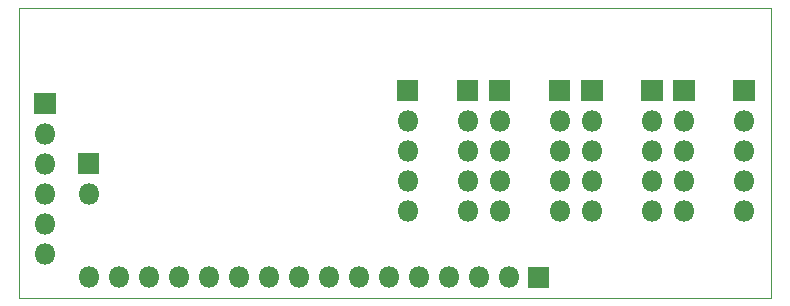
<source format=gbr>
G04 #@! TF.GenerationSoftware,KiCad,Pcbnew,5.1.10-88a1d61d58~88~ubuntu20.04.1*
G04 #@! TF.CreationDate,2021-05-20T13:34:08-04:00*
G04 #@! TF.ProjectId,hexdisplay16,68657864-6973-4706-9c61-7931362e6b69,rev?*
G04 #@! TF.SameCoordinates,Original*
G04 #@! TF.FileFunction,Soldermask,Bot*
G04 #@! TF.FilePolarity,Negative*
%FSLAX46Y46*%
G04 Gerber Fmt 4.6, Leading zero omitted, Abs format (unit mm)*
G04 Created by KiCad (PCBNEW 5.1.10-88a1d61d58~88~ubuntu20.04.1) date 2021-05-20 13:34:08*
%MOMM*%
%LPD*%
G01*
G04 APERTURE LIST*
G04 #@! TA.AperFunction,Profile*
%ADD10C,0.050000*%
G04 #@! TD*
%ADD11O,1.801600X1.801600*%
G04 APERTURE END LIST*
D10*
X139700000Y-141800000D02*
X76000000Y-141800000D01*
X139700000Y-117200000D02*
X76200000Y-117200000D01*
X139700000Y-125500000D02*
X139700000Y-141800000D01*
X139700000Y-117300000D02*
X139700000Y-117200000D01*
X139700000Y-125500000D02*
X139700000Y-117300000D01*
X76000000Y-117200000D02*
X76200000Y-117200000D01*
X76000000Y-141800000D02*
X76000000Y-117200000D01*
D11*
G04 #@! TO.C,J12*
X137380000Y-134360000D03*
X137380000Y-131820000D03*
X137380000Y-129280000D03*
X137380000Y-126740000D03*
G36*
G01*
X136479200Y-125050000D02*
X136479200Y-123350000D01*
G75*
G02*
X136530000Y-123299200I50800J0D01*
G01*
X138230000Y-123299200D01*
G75*
G02*
X138280800Y-123350000I0J-50800D01*
G01*
X138280800Y-125050000D01*
G75*
G02*
X138230000Y-125100800I-50800J0D01*
G01*
X136530000Y-125100800D01*
G75*
G02*
X136479200Y-125050000I0J50800D01*
G01*
G37*
G04 #@! TD*
G04 #@! TO.C,J11*
X132300000Y-134360000D03*
X132300000Y-131820000D03*
X132300000Y-129280000D03*
X132300000Y-126740000D03*
G36*
G01*
X131399200Y-125050000D02*
X131399200Y-123350000D01*
G75*
G02*
X131450000Y-123299200I50800J0D01*
G01*
X133150000Y-123299200D01*
G75*
G02*
X133200800Y-123350000I0J-50800D01*
G01*
X133200800Y-125050000D01*
G75*
G02*
X133150000Y-125100800I-50800J0D01*
G01*
X131450000Y-125100800D01*
G75*
G02*
X131399200Y-125050000I0J50800D01*
G01*
G37*
G04 #@! TD*
G04 #@! TO.C,J22*
G36*
G01*
X128679200Y-125050000D02*
X128679200Y-123350000D01*
G75*
G02*
X128730000Y-123299200I50800J0D01*
G01*
X130430000Y-123299200D01*
G75*
G02*
X130480800Y-123350000I0J-50800D01*
G01*
X130480800Y-125050000D01*
G75*
G02*
X130430000Y-125100800I-50800J0D01*
G01*
X128730000Y-125100800D01*
G75*
G02*
X128679200Y-125050000I0J50800D01*
G01*
G37*
X129580000Y-126740000D03*
X129580000Y-129280000D03*
X129580000Y-131820000D03*
X129580000Y-134360000D03*
G04 #@! TD*
G04 #@! TO.C,J32*
X121780000Y-134360000D03*
X121780000Y-131820000D03*
X121780000Y-129280000D03*
X121780000Y-126740000D03*
G36*
G01*
X120879200Y-125050000D02*
X120879200Y-123350000D01*
G75*
G02*
X120930000Y-123299200I50800J0D01*
G01*
X122630000Y-123299200D01*
G75*
G02*
X122680800Y-123350000I0J-50800D01*
G01*
X122680800Y-125050000D01*
G75*
G02*
X122630000Y-125100800I-50800J0D01*
G01*
X120930000Y-125100800D01*
G75*
G02*
X120879200Y-125050000I0J50800D01*
G01*
G37*
G04 #@! TD*
G04 #@! TO.C,J41*
G36*
G01*
X107999200Y-125050000D02*
X107999200Y-123350000D01*
G75*
G02*
X108050000Y-123299200I50800J0D01*
G01*
X109750000Y-123299200D01*
G75*
G02*
X109800800Y-123350000I0J-50800D01*
G01*
X109800800Y-125050000D01*
G75*
G02*
X109750000Y-125100800I-50800J0D01*
G01*
X108050000Y-125100800D01*
G75*
G02*
X107999200Y-125050000I0J50800D01*
G01*
G37*
X108900000Y-126740000D03*
X108900000Y-129280000D03*
X108900000Y-131820000D03*
X108900000Y-134360000D03*
G04 #@! TD*
G04 #@! TO.C,J31*
X116700000Y-134360000D03*
X116700000Y-131820000D03*
X116700000Y-129280000D03*
X116700000Y-126740000D03*
G36*
G01*
X115799200Y-125050000D02*
X115799200Y-123350000D01*
G75*
G02*
X115850000Y-123299200I50800J0D01*
G01*
X117550000Y-123299200D01*
G75*
G02*
X117600800Y-123350000I0J-50800D01*
G01*
X117600800Y-125050000D01*
G75*
G02*
X117550000Y-125100800I-50800J0D01*
G01*
X115850000Y-125100800D01*
G75*
G02*
X115799200Y-125050000I0J50800D01*
G01*
G37*
G04 #@! TD*
G04 #@! TO.C,J42*
G36*
G01*
X113079200Y-125050000D02*
X113079200Y-123350000D01*
G75*
G02*
X113130000Y-123299200I50800J0D01*
G01*
X114830000Y-123299200D01*
G75*
G02*
X114880800Y-123350000I0J-50800D01*
G01*
X114880800Y-125050000D01*
G75*
G02*
X114830000Y-125100800I-50800J0D01*
G01*
X113130000Y-125100800D01*
G75*
G02*
X113079200Y-125050000I0J50800D01*
G01*
G37*
X113980000Y-126740000D03*
X113980000Y-129280000D03*
X113980000Y-131820000D03*
X113980000Y-134360000D03*
G04 #@! TD*
G04 #@! TO.C,J21*
G36*
G01*
X123599200Y-125050000D02*
X123599200Y-123350000D01*
G75*
G02*
X123650000Y-123299200I50800J0D01*
G01*
X125350000Y-123299200D01*
G75*
G02*
X125400800Y-123350000I0J-50800D01*
G01*
X125400800Y-125050000D01*
G75*
G02*
X125350000Y-125100800I-50800J0D01*
G01*
X123650000Y-125100800D01*
G75*
G02*
X123599200Y-125050000I0J50800D01*
G01*
G37*
X124500000Y-126740000D03*
X124500000Y-129280000D03*
X124500000Y-131820000D03*
X124500000Y-134360000D03*
G04 #@! TD*
G04 #@! TO.C,J6*
G36*
G01*
X119150000Y-139099200D02*
X120850000Y-139099200D01*
G75*
G02*
X120900800Y-139150000I0J-50800D01*
G01*
X120900800Y-140850000D01*
G75*
G02*
X120850000Y-140900800I-50800J0D01*
G01*
X119150000Y-140900800D01*
G75*
G02*
X119099200Y-140850000I0J50800D01*
G01*
X119099200Y-139150000D01*
G75*
G02*
X119150000Y-139099200I50800J0D01*
G01*
G37*
X117460000Y-140000000D03*
X114920000Y-140000000D03*
X112380000Y-140000000D03*
X109840000Y-140000000D03*
X107300000Y-140000000D03*
X104760000Y-140000000D03*
X102220000Y-140000000D03*
X99680000Y-140000000D03*
X97140000Y-140000000D03*
X94600000Y-140000000D03*
X92060000Y-140000000D03*
X89520000Y-140000000D03*
X86980000Y-140000000D03*
X84440000Y-140000000D03*
X81900000Y-140000000D03*
G04 #@! TD*
G04 #@! TO.C,J5*
G36*
G01*
X80999200Y-131230000D02*
X80999200Y-129530000D01*
G75*
G02*
X81050000Y-129479200I50800J0D01*
G01*
X82750000Y-129479200D01*
G75*
G02*
X82800800Y-129530000I0J-50800D01*
G01*
X82800800Y-131230000D01*
G75*
G02*
X82750000Y-131280800I-50800J0D01*
G01*
X81050000Y-131280800D01*
G75*
G02*
X80999200Y-131230000I0J50800D01*
G01*
G37*
X81900000Y-132920000D03*
G04 #@! TD*
G04 #@! TO.C,J7*
G36*
G01*
X77299200Y-126150000D02*
X77299200Y-124450000D01*
G75*
G02*
X77350000Y-124399200I50800J0D01*
G01*
X79050000Y-124399200D01*
G75*
G02*
X79100800Y-124450000I0J-50800D01*
G01*
X79100800Y-126150000D01*
G75*
G02*
X79050000Y-126200800I-50800J0D01*
G01*
X77350000Y-126200800D01*
G75*
G02*
X77299200Y-126150000I0J50800D01*
G01*
G37*
X78200000Y-127840000D03*
X78200000Y-130380000D03*
X78200000Y-132920000D03*
X78200000Y-135460000D03*
X78200000Y-138000000D03*
G04 #@! TD*
M02*

</source>
